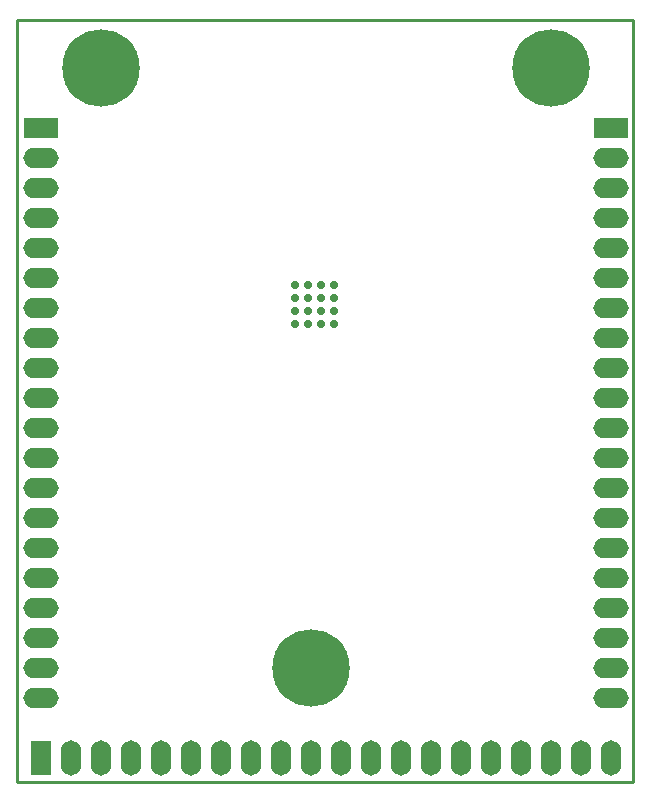
<source format=gbs>
G04*
G04 #@! TF.GenerationSoftware,Altium Limited,Altium Designer,19.0.12 (326)*
G04*
G04 Layer_Color=16711935*
%FSLAX25Y25*%
%MOIN*%
G70*
G01*
G75*
%ADD14C,0.01000*%
%ADD36C,0.25800*%
%ADD37R,0.11800X0.06800*%
%ADD38O,0.11800X0.06800*%
%ADD39R,0.06800X0.11800*%
%ADD40O,0.06800X0.11800*%
%ADD41C,0.02769*%
D14*
X0Y0D02*
Y254000D01*
X205500D01*
Y0D02*
Y254000D01*
X0Y0D02*
X205500D01*
D36*
X98000Y38000D02*
D03*
X28000Y238000D02*
D03*
X178000D02*
D03*
D37*
X8000Y218000D02*
D03*
X198000D02*
D03*
D38*
X8000Y208000D02*
D03*
Y198000D02*
D03*
Y188000D02*
D03*
Y178000D02*
D03*
Y168000D02*
D03*
Y158000D02*
D03*
Y148000D02*
D03*
Y138000D02*
D03*
Y128000D02*
D03*
Y118000D02*
D03*
Y108000D02*
D03*
Y98000D02*
D03*
Y88000D02*
D03*
Y78000D02*
D03*
Y68000D02*
D03*
Y58000D02*
D03*
Y48000D02*
D03*
Y38000D02*
D03*
Y28000D02*
D03*
X198000Y208000D02*
D03*
Y198000D02*
D03*
Y188000D02*
D03*
Y178000D02*
D03*
Y168000D02*
D03*
Y158000D02*
D03*
Y148000D02*
D03*
Y138000D02*
D03*
Y128000D02*
D03*
Y118000D02*
D03*
Y108000D02*
D03*
Y98000D02*
D03*
Y88000D02*
D03*
Y78000D02*
D03*
Y68000D02*
D03*
Y58000D02*
D03*
Y48000D02*
D03*
Y38000D02*
D03*
Y28000D02*
D03*
D39*
X8000Y8000D02*
D03*
D40*
X18000D02*
D03*
X28000D02*
D03*
X38000D02*
D03*
X48000D02*
D03*
X58000D02*
D03*
X68000D02*
D03*
X78000D02*
D03*
X88000D02*
D03*
X98000D02*
D03*
X108000D02*
D03*
X118000D02*
D03*
X128000D02*
D03*
X138000D02*
D03*
X148000D02*
D03*
X158000D02*
D03*
X168000D02*
D03*
X178000D02*
D03*
X188000D02*
D03*
X198000D02*
D03*
D41*
X92682Y165746D02*
D03*
X97013D02*
D03*
X101343D02*
D03*
X105674D02*
D03*
X92682Y161416D02*
D03*
X97013D02*
D03*
X101343D02*
D03*
X105674D02*
D03*
X92682Y157085D02*
D03*
X97013D02*
D03*
X101343D02*
D03*
X105674D02*
D03*
X92682Y152754D02*
D03*
X97013D02*
D03*
X101343D02*
D03*
X105674D02*
D03*
M02*

</source>
